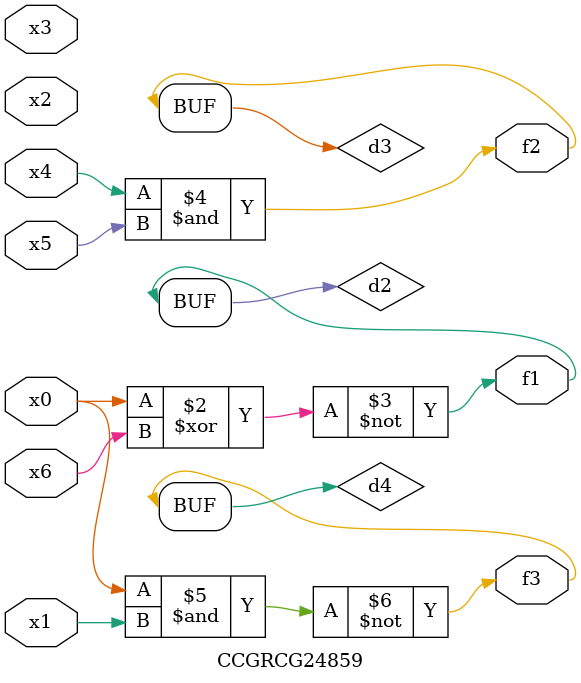
<source format=v>
module CCGRCG24859(
	input x0, x1, x2, x3, x4, x5, x6,
	output f1, f2, f3
);

	wire d1, d2, d3, d4;

	nor (d1, x0);
	xnor (d2, x0, x6);
	and (d3, x4, x5);
	nand (d4, x0, x1);
	assign f1 = d2;
	assign f2 = d3;
	assign f3 = d4;
endmodule

</source>
